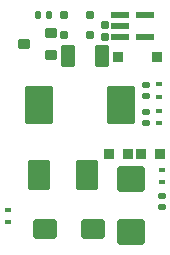
<source format=gtp>
G04*
G04 #@! TF.GenerationSoftware,Altium Limited,Altium Designer,22.11.1 (43)*
G04*
G04 Layer_Color=8421504*
%FSLAX25Y25*%
%MOIN*%
G70*
G04*
G04 #@! TF.SameCoordinates,BE45EAF1-AF9D-435E-8917-725B5D5BE170*
G04*
G04*
G04 #@! TF.FilePolarity,Positive*
G04*
G01*
G75*
G04:AMPARAMS|DCode=20|XSize=74.8mil|YSize=98.43mil|CornerRadius=7.48mil|HoleSize=0mil|Usage=FLASHONLY|Rotation=0.000|XOffset=0mil|YOffset=0mil|HoleType=Round|Shape=RoundedRectangle|*
%AMROUNDEDRECTD20*
21,1,0.07480,0.08346,0,0,0.0*
21,1,0.05984,0.09843,0,0,0.0*
1,1,0.01496,0.02992,-0.04173*
1,1,0.01496,-0.02992,-0.04173*
1,1,0.01496,-0.02992,0.04173*
1,1,0.01496,0.02992,0.04173*
%
%ADD20ROUNDEDRECTD20*%
G04:AMPARAMS|DCode=21|XSize=86.61mil|YSize=90.55mil|CornerRadius=8.66mil|HoleSize=0mil|Usage=FLASHONLY|Rotation=270.000|XOffset=0mil|YOffset=0mil|HoleType=Round|Shape=RoundedRectangle|*
%AMROUNDEDRECTD21*
21,1,0.08661,0.07323,0,0,270.0*
21,1,0.06929,0.09055,0,0,270.0*
1,1,0.01732,-0.03661,-0.03465*
1,1,0.01732,-0.03661,0.03465*
1,1,0.01732,0.03661,0.03465*
1,1,0.01732,0.03661,-0.03465*
%
%ADD21ROUNDEDRECTD21*%
G04:AMPARAMS|DCode=22|XSize=78.74mil|YSize=66.93mil|CornerRadius=6.69mil|HoleSize=0mil|Usage=FLASHONLY|Rotation=180.000|XOffset=0mil|YOffset=0mil|HoleType=Round|Shape=RoundedRectangle|*
%AMROUNDEDRECTD22*
21,1,0.07874,0.05354,0,0,180.0*
21,1,0.06535,0.06693,0,0,180.0*
1,1,0.01339,-0.03268,0.02677*
1,1,0.01339,0.03268,0.02677*
1,1,0.01339,0.03268,-0.02677*
1,1,0.01339,-0.03268,-0.02677*
%
%ADD22ROUNDEDRECTD22*%
G04:AMPARAMS|DCode=23|XSize=35.43mil|YSize=37.4mil|CornerRadius=3.54mil|HoleSize=0mil|Usage=FLASHONLY|Rotation=90.000|XOffset=0mil|YOffset=0mil|HoleType=Round|Shape=RoundedRectangle|*
%AMROUNDEDRECTD23*
21,1,0.03543,0.03032,0,0,90.0*
21,1,0.02835,0.03740,0,0,90.0*
1,1,0.00709,0.01516,0.01417*
1,1,0.00709,0.01516,-0.01417*
1,1,0.00709,-0.01516,-0.01417*
1,1,0.00709,-0.01516,0.01417*
%
%ADD23ROUNDEDRECTD23*%
G04:AMPARAMS|DCode=24|XSize=35.43mil|YSize=37.4mil|CornerRadius=3.54mil|HoleSize=0mil|Usage=FLASHONLY|Rotation=90.000|XOffset=0mil|YOffset=0mil|HoleType=Round|Shape=RoundedRectangle|*
%AMROUNDEDRECTD24*
21,1,0.03543,0.03032,0,0,90.0*
21,1,0.02835,0.03740,0,0,90.0*
1,1,0.00709,0.01516,0.01417*
1,1,0.00709,0.01516,-0.01417*
1,1,0.00709,-0.01516,-0.01417*
1,1,0.00709,-0.01516,0.01417*
%
%ADD24ROUNDEDRECTD24*%
G04:AMPARAMS|DCode=25|XSize=21.65mil|YSize=57.09mil|CornerRadius=2.17mil|HoleSize=0mil|Usage=FLASHONLY|Rotation=270.000|XOffset=0mil|YOffset=0mil|HoleType=Round|Shape=RoundedRectangle|*
%AMROUNDEDRECTD25*
21,1,0.02165,0.05276,0,0,270.0*
21,1,0.01732,0.05709,0,0,270.0*
1,1,0.00433,-0.02638,-0.00866*
1,1,0.00433,-0.02638,0.00866*
1,1,0.00433,0.02638,0.00866*
1,1,0.00433,0.02638,-0.00866*
%
%ADD25ROUNDEDRECTD25*%
G04:AMPARAMS|DCode=26|XSize=21.65mil|YSize=57.09mil|CornerRadius=2.17mil|HoleSize=0mil|Usage=FLASHONLY|Rotation=270.000|XOffset=0mil|YOffset=0mil|HoleType=Round|Shape=RoundedRectangle|*
%AMROUNDEDRECTD26*
21,1,0.02165,0.05276,0,0,270.0*
21,1,0.01732,0.05709,0,0,270.0*
1,1,0.00433,-0.02638,-0.00866*
1,1,0.00433,-0.02638,0.00866*
1,1,0.00433,0.02638,0.00866*
1,1,0.00433,0.02638,-0.00866*
%
%ADD26ROUNDEDRECTD26*%
G04:AMPARAMS|DCode=27|XSize=35.83mil|YSize=33.47mil|CornerRadius=3.35mil|HoleSize=0mil|Usage=FLASHONLY|Rotation=0.000|XOffset=0mil|YOffset=0mil|HoleType=Round|Shape=RoundedRectangle|*
%AMROUNDEDRECTD27*
21,1,0.03583,0.02677,0,0,0.0*
21,1,0.02913,0.03347,0,0,0.0*
1,1,0.00669,0.01457,-0.01339*
1,1,0.00669,-0.01457,-0.01339*
1,1,0.00669,-0.01457,0.01339*
1,1,0.00669,0.01457,0.01339*
%
%ADD27ROUNDEDRECTD27*%
G04:AMPARAMS|DCode=28|XSize=94.49mil|YSize=129.92mil|CornerRadius=9.45mil|HoleSize=0mil|Usage=FLASHONLY|Rotation=0.000|XOffset=0mil|YOffset=0mil|HoleType=Round|Shape=RoundedRectangle|*
%AMROUNDEDRECTD28*
21,1,0.09449,0.11102,0,0,0.0*
21,1,0.07559,0.12992,0,0,0.0*
1,1,0.01890,0.03780,-0.05551*
1,1,0.01890,-0.03780,-0.05551*
1,1,0.01890,-0.03780,0.05551*
1,1,0.01890,0.03780,0.05551*
%
%ADD28ROUNDEDRECTD28*%
G04:AMPARAMS|DCode=29|XSize=70.87mil|YSize=45.28mil|CornerRadius=4.53mil|HoleSize=0mil|Usage=FLASHONLY|Rotation=90.000|XOffset=0mil|YOffset=0mil|HoleType=Round|Shape=RoundedRectangle|*
%AMROUNDEDRECTD29*
21,1,0.07087,0.03622,0,0,90.0*
21,1,0.06181,0.04528,0,0,90.0*
1,1,0.00906,0.01811,0.03091*
1,1,0.00906,0.01811,-0.03091*
1,1,0.00906,-0.01811,-0.03091*
1,1,0.00906,-0.01811,0.03091*
%
%ADD29ROUNDEDRECTD29*%
G04:AMPARAMS|DCode=30|XSize=33.47mil|YSize=33.47mil|CornerRadius=3.35mil|HoleSize=0mil|Usage=FLASHONLY|Rotation=0.000|XOffset=0mil|YOffset=0mil|HoleType=Round|Shape=RoundedRectangle|*
%AMROUNDEDRECTD30*
21,1,0.03347,0.02677,0,0,0.0*
21,1,0.02677,0.03347,0,0,0.0*
1,1,0.00669,0.01339,-0.01339*
1,1,0.00669,-0.01339,-0.01339*
1,1,0.00669,-0.01339,0.01339*
1,1,0.00669,0.01339,0.01339*
%
%ADD30ROUNDEDRECTD30*%
G04:AMPARAMS|DCode=31|XSize=15.75mil|YSize=19.68mil|CornerRadius=1.58mil|HoleSize=0mil|Usage=FLASHONLY|Rotation=270.000|XOffset=0mil|YOffset=0mil|HoleType=Round|Shape=RoundedRectangle|*
%AMROUNDEDRECTD31*
21,1,0.01575,0.01654,0,0,270.0*
21,1,0.01260,0.01968,0,0,270.0*
1,1,0.00315,-0.00827,-0.00630*
1,1,0.00315,-0.00827,0.00630*
1,1,0.00315,0.00827,0.00630*
1,1,0.00315,0.00827,-0.00630*
%
%ADD31ROUNDEDRECTD31*%
G04:AMPARAMS|DCode=32|XSize=23.62mil|YSize=23.62mil|CornerRadius=2.36mil|HoleSize=0mil|Usage=FLASHONLY|Rotation=90.000|XOffset=0mil|YOffset=0mil|HoleType=Round|Shape=RoundedRectangle|*
%AMROUNDEDRECTD32*
21,1,0.02362,0.01890,0,0,90.0*
21,1,0.01890,0.02362,0,0,90.0*
1,1,0.00472,0.00945,0.00945*
1,1,0.00472,0.00945,-0.00945*
1,1,0.00472,-0.00945,-0.00945*
1,1,0.00472,-0.00945,0.00945*
%
%ADD32ROUNDEDRECTD32*%
G04:AMPARAMS|DCode=33|XSize=19.68mil|YSize=23.62mil|CornerRadius=1.97mil|HoleSize=0mil|Usage=FLASHONLY|Rotation=0.000|XOffset=0mil|YOffset=0mil|HoleType=Round|Shape=RoundedRectangle|*
%AMROUNDEDRECTD33*
21,1,0.01968,0.01968,0,0,0.0*
21,1,0.01575,0.02362,0,0,0.0*
1,1,0.00394,0.00787,-0.00984*
1,1,0.00394,-0.00787,-0.00984*
1,1,0.00394,-0.00787,0.00984*
1,1,0.00394,0.00787,0.00984*
%
%ADD33ROUNDEDRECTD33*%
G04:AMPARAMS|DCode=34|XSize=19.68mil|YSize=23.62mil|CornerRadius=1.97mil|HoleSize=0mil|Usage=FLASHONLY|Rotation=270.000|XOffset=0mil|YOffset=0mil|HoleType=Round|Shape=RoundedRectangle|*
%AMROUNDEDRECTD34*
21,1,0.01968,0.01968,0,0,270.0*
21,1,0.01575,0.02362,0,0,270.0*
1,1,0.00394,-0.00984,-0.00787*
1,1,0.00394,-0.00984,0.00787*
1,1,0.00394,0.00984,0.00787*
1,1,0.00394,0.00984,-0.00787*
%
%ADD34ROUNDEDRECTD34*%
D20*
X30512Y25591D02*
D03*
X14370D02*
D03*
D21*
X45079Y6650D02*
D03*
Y24367D02*
D03*
D22*
X32283Y7480D02*
D03*
X16535D02*
D03*
D23*
X9344Y69258D02*
D03*
X18596Y65518D02*
D03*
D24*
X18596Y72998D02*
D03*
D25*
X41431Y78937D02*
D03*
D26*
X41431Y75197D02*
D03*
Y71457D02*
D03*
X49895D02*
D03*
Y78937D02*
D03*
D27*
X53747Y64936D02*
D03*
X40755D02*
D03*
D28*
X14390Y48819D02*
D03*
X41752D02*
D03*
D29*
X35461Y65224D02*
D03*
X24043D02*
D03*
D30*
X54646Y32677D02*
D03*
X48425D02*
D03*
X44055D02*
D03*
X37835D02*
D03*
D31*
X3969Y9788D02*
D03*
Y13922D02*
D03*
X54524Y51662D02*
D03*
Y55796D02*
D03*
Y46949D02*
D03*
Y42815D02*
D03*
X55416Y27300D02*
D03*
Y23166D02*
D03*
D32*
X36313Y71507D02*
D03*
Y75444D02*
D03*
X22638Y72409D02*
D03*
X31299D02*
D03*
X22638Y78806D02*
D03*
X31299D02*
D03*
D33*
X14265Y78937D02*
D03*
X17809D02*
D03*
D34*
X50266Y55599D02*
D03*
Y52055D02*
D03*
Y46555D02*
D03*
Y43012D02*
D03*
X55416Y14999D02*
D03*
Y18543D02*
D03*
M02*

</source>
